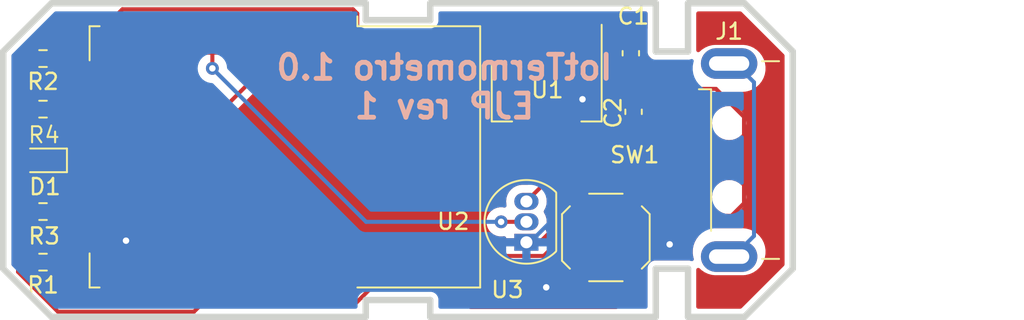
<source format=kicad_pcb>
(kicad_pcb (version 20211014) (generator pcbnew)
  (layers (0 "F.Cu" signal) (31 "B.Cu" signal) (34 "B.Paste" user) (35 "F.Paste" user) (36 "B.SilkS" user "B.Silkscreen") (37 "F.SilkS" user "F.Silkscreen") (38 "B.Mask" user) (39 "F.Mask" user) (44 "Edge.Cuts" user))
  (net 0 "")
  (net 1 "/VIN")
  (net 2 "GND")
  (net 3 "/VCC")
  (net 4 "Net-(D1-Pad2)")
  (net 5 "/RX")
  (net 6 "/TX")
  (net 7 "unconnected-(J1-Pad5)")
  (net 8 "Net-(R1-Pad1)")
  (net 9 "/NET_BOTON")
  (net 10 "/LED_FUNCION")
  (net 13 "/SENSOR_TEMP")
  (net 23 "Net-(R2-Pad1)")
  (footprint "RF_Module:ESP-12E" (layer "F.Cu") (at 116.48 78.8 -90)
    (fp_text reference "U2" (at 4.02 -10.45 180) (layer "F.SilkS"))
    (fp_text value "ESP-12F")
    (fp_line (start -8.12 -4.5) (end -8.73 -4.5) (layer "F.SilkS") (width 0.12))
    (fp_line (start 8.12 -12.12) (end 8.12 -4.5) (layer "F.SilkS") (width 0.12))
    (fp_line (start -8.12 12.12) (end -8.12 11.5) (layer "F.SilkS") (width 0.12))
    (fp_line (start -6 12.12) (end -8.12 12.12) (layer "F.SilkS") (width 0.12))
    (fp_line (start -8.12 -12.12) (end 8.12 -12.12) (layer "F.SilkS") (width 0.12))
    (fp_line (start -8.12 -4.5) (end -8.12 -12.12) (layer "F.SilkS") (width 0.12))
    (fp_line (start 8.12 11.5) (end 8.12 12.12) (layer "F.SilkS") (width 0.12))
    (fp_line (start 8.12 12.12) (end 6 12.12) (layer "F.SilkS") (width 0.12))
    (pad "1" smd rect (at -7.6 -3.5 270) (size 2.5 1) (layers "F.Cu" "F.Paste" "F.Mask") (net 8 "Net-(R1-Pad1)"))
    (pad "2" smd rect (at -7.6 -1.5 270) (size 2.5 1) (layers "F.Cu" "F.Paste" "F.Mask"))
    (pad "3" smd rect (at -7.6 0.5 270) (size 2.5 1) (layers "F.Cu" "F.Paste" "F.Mask") (net 8 "Net-(R1-Pad1)"))
    (pad "4" smd rect (at -7.6 2.5 270) (size 2.5 1) (layers "F.Cu" "F.Paste" "F.Mask"))
    (pad "5" smd rect (at -7.6 4.5 270) (size 2.5 1) (layers "F.Cu" "F.Paste" "F.Mask") (net 13 "/SENSOR_TEMP"))
    (pad "6" smd rect (at -7.6 6.5 270) (size 2.5 1) (layers "F.Cu" "F.Paste" "F.Mask"))
    (pad "7" smd rect (at -7.6 8.5 270) (size 2.5 1) (layers "F.Cu" "F.Paste" "F.Mask") (net 10 "/LED_FUNCION"))
    (pad "8" smd rect (at -7.6 10.5 270) (size 2.5 1) (layers "F.Cu" "F.Paste" "F.Mask") (net 3 "/VCC"))
    (pad "9" smd rect (at -5 12 270) (size 1 1.8) (layers "F.Cu" "F.Paste" "F.Mask"))
    (pad "10" smd rect (at -3 12 270) (size 1 1.8) (layers "F.Cu" "F.Paste" "F.Mask"))
    (pad "11" smd rect (at -1 12 270) (size 1 1.8) (layers "F.Cu" "F.Paste" "F.Mask"))
    (pad "12" smd rect (at 1 12 270) (size 1 1.8) (layers "F.Cu" "F.Paste" "F.Mask"))
    (pad "13" smd rect (at 3 12 270) (size 1 1.8) (layers "F.Cu" "F.Paste" "F.Mask"))
    (pad "14" smd rect (at 5 12 270) (size 1 1.8) (layers "F.Cu" "F.Paste" "F.Mask"))
    (pad "15" smd rect (at 7.6 10.5 270) (size 2.5 1) (layers "F.Cu" "F.Paste" "F.Mask") (net 2 "GND"))
    (pad "16" smd rect (at 7.6 8.5 270) (size 2.5 1) (layers "F.Cu" "F.Paste" "F.Mask"))
    (pad "17" smd rect (at 7.6 6.5 270) (size 2.5 1) (layers "F.Cu" "F.Paste" "F.Mask") (net 23 "Net-(R2-Pad1)"))
    (pad "18" smd rect (at 7.6 4.5 270) (size 2.5 1) (layers "F.Cu" "F.Paste" "F.Mask") (net 9 "/NET_BOTON"))
    (pad "19" smd rect (at 7.6 2.5 270) (size 2.5 1) (layers "F.Cu" "F.Paste" "F.Mask"))
    (pad "20" smd rect (at 7.6 0.5 270) (size 2.5 1) (layers "F.Cu" "F.Paste" "F.Mask"))
    (pad "21" smd rect (at 7.6 -1.5 270) (size 2.5 1) (layers "F.Cu" "F.Paste" "F.Mask") (net 5 "/RX"))
    (pad "22" smd rect (at 7.6 -3.5 270) (size 2.5 1) (layers "F.Cu" "F.Paste" "F.Mask") (net 6 "/TX"))
  )
  (footprint "Resistor_SMD:R_0603_1608Metric" (layer "F.Cu") (at 101.47 85.344 180)
    (fp_text reference "R1" (at 0 -1.43) (layer "F.SilkS"))
    (fp_text value "10k")
    (fp_line (start -0.237258 0.5225) (end 0.237258 0.5225) (layer "F.SilkS") (width 0.12))
    (fp_line (start -0.237258 -0.5225) (end 0.237258 -0.5225) (layer "F.SilkS") (width 0.12))
    (pad "1" smd roundrect (at -0.825 0 180) (size 0.8 0.95) (layers "F.Cu" "F.Paste" "F.Mask") (net 8 "Net-(R1-Pad1)"))
    (pad "2" smd roundrect (at 0.825 0 180) (size 0.8 0.95) (layers "F.Cu" "F.Paste" "F.Mask") (net 3 "/VCC"))
  )
  (footprint "Package_TO_SOT_THT:TO-92_Inline" (layer "F.Cu") (at 131.47 84.11 90)
    (fp_text reference "U3" (at -2.95 -1.18 180) (layer "F.SilkS"))
    (fp_text value "S")
    (fp_line (start -0.53 1.85) (end 3.07 1.85) (layer "F.SilkS") (width 0.12))
    (fp_arc (start -0.568478 1.838478) (mid -1.132087 -0.994977) (end 1.27 -2.6) (layer "F.SilkS") (width 0.12))
    (fp_arc (start 1.27 -2.6) (mid 3.672087 -0.994977) (end 3.108478 1.838478) (layer "F.SilkS") (width 0.12))
    (pad "1" thru_hole rect (at 0 0 90) (size 1.05 1.5) (drill 0.75) (layers *.Cu *.Mask) (net 2 "GND"))
    (pad "2" thru_hole oval (at 1.27 0 90) (size 1.05 1.5) (drill 0.75) (layers *.Cu *.Mask) (net 13 "/SENSOR_TEMP"))
    (pad "3" thru_hole oval (at 2.54 0 90) (size 1.05 1.5) (drill 0.75) (layers *.Cu *.Mask) (net 3 "/VCC"))
  )
  (footprint "LED_SMD:LED_0603_1608Metric" (layer "F.Cu") (at 101.47 79.017 180)
    (fp_text reference "D1" (at -0.12 -1.645 180) (layer "F.SilkS"))
    (fp_text value "LED")
    (fp_line (start -1.485 0.735) (end 0.8 0.735) (layer "F.SilkS") (width 0.12))
    (fp_line (start -1.485 -0.735) (end -1.485 0.735) (layer "F.SilkS") (width 0.12))
    (fp_line (start 0.8 -0.735) (end -1.485 -0.735) (layer "F.SilkS") (width 0.12))
    (pad "1" smd roundrect (at -0.7875 0 180) (size 0.875 0.95) (layers "F.Cu" "F.Paste" "F.Mask") (net 2 "GND"))
    (pad "2" smd roundrect (at 0.7875 0 180) (size 0.875 0.95) (layers "F.Cu" "F.Paste" "F.Mask") (net 4 "Net-(D1-Pad2)"))
  )
  (footprint "Capacitor_SMD:C_0603_1608Metric" (layer "F.Cu") (at 137.95 72.36 90)
    (fp_text reference "C1" (at 2.3 0.15 180) (layer "F.SilkS"))
    (fp_text value "10u")
    (fp_line (start -0.14058 -0.51) (end 0.14058 -0.51) (layer "F.SilkS") (width 0.12))
    (fp_line (start -0.14058 0.51) (end 0.14058 0.51) (layer "F.SilkS") (width 0.12))
    (pad "1" smd roundrect (at -0.775 0 90) (size 0.9 0.95) (layers "F.Cu" "F.Paste" "F.Mask") (net 1 "/VIN"))
    (pad "2" smd roundrect (at 0.775 0 90) (size 0.9 0.95) (layers "F.Cu" "F.Paste" "F.Mask") (net 2 "GND"))
  )
  (footprint "Resistor_SMD:R_0603_1608Metric" (layer "F.Cu") (at 101.47 75.8335 180)
    (fp_text reference "R4" (at -0.06 -1.6065 180) (layer "F.SilkS") (effects (font (thickness 0.125))))
    (fp_text value "1K")
    (fp_line (start -0.237258 -0.5225) (end 0.237258 -0.5225) (layer "F.SilkS") (width 0.12))
    (fp_line (start -0.237258 0.5225) (end 0.237258 0.5225) (layer "F.SilkS") (width 0.12))
    (pad "1" smd roundrect (at -0.825 0 180) (size 0.8 0.95) (layers "F.Cu" "F.Paste" "F.Mask") (net 10 "/LED_FUNCION"))
    (pad "2" smd roundrect (at 0.825 0 180) (size 0.8 0.95) (layers "F.Cu" "F.Paste" "F.Mask") (net 4 "Net-(D1-Pad2)"))
  )
  (footprint "Package_TO_SOT_SMD:SOT-223-3_TabPin2" (layer "F.Cu") (at 132.73 74.69 -90)
    (fp_text reference "U1" (at -0.05 -0.04) (layer "F.SilkS"))
    (fp_text value "AMS1117")
    (fp_line (start 1.91 3.41) (end 1.91 2.15) (layer "F.SilkS") (width 0.12))
    (fp_line (start 1.91 -3.41) (end 1.91 -2.15) (layer "F.SilkS") (width 0.12))
    (fp_line (start -1.85 3.41) (end 1.91 3.41) (layer "F.SilkS") (width 0.12))
    (fp_line (start -4.1 -3.41) (end 1.91 -3.41) (layer "F.SilkS") (width 0.12))
    (pad "1" smd rect (at -3.15 -2.3 270) (size 2 1.5) (layers "F.Cu" "F.Paste" "F.Mask") (net 2 "GND"))
    (pad "2" smd rect (at 3.15 0 270) (size 2 3.8) (layers "F.Cu" "F.Paste" "F.Mask") (net 3 "/VCC"))
    (pad "2" smd rect (at -3.15 0 270) (size 2 1.5) (layers "F.Cu" "F.Paste" "F.Mask") (net 3 "/VCC"))
    (pad "3" smd rect (at -3.15 2.3 270) (size 2 1.5) (layers "F.Cu" "F.Paste" "F.Mask") (net 1 "/VIN"))
  )
  (footprint "Connector_USB:USB_A_CNCTech_1001-011-01101_Horizontal" (layer "F.Cu") (at 150.95 78.9985)
    (fp_text reference "J1" (at -6.9 -8) (layer "F.SilkS"))
    (fp_text value "USB_A")
    (fp_line (start -8.02 -4.4) (end -8.775 -4.4) (layer "F.SilkS") (width 0.12))
    (fp_line (start -4.85 -6.145) (end -3.8 -6.145) (layer "F.SilkS") (width 0.12))
    (fp_line (start -8.02 -4.4) (end -8.02 4.4) (layer "F.SilkS") (width 0.12))
    (fp_line (start -4.85 6.145) (end -3.8 6.145) (layer "F.SilkS") (width 0.12))
    (pad "" np_thru_hole circle (at -6.9 -2.3) (size 1.1 1.1) (drill 1.1) (layers *.Cu *.Mask))
    (pad "" np_thru_hole circle (at -6.9 2.3) (size 1.1 1.1) (drill 1.1) (layers *.Cu *.Mask))
    (pad "1" smd rect (at -9.65 -3.5) (size 2.5 1.1) (layers "F.Cu" "F.Paste" "F.Mask") (net 1 "/VIN"))
    (pad "2" smd rect (at -9.65 -1) (size 2.5 1.1) (layers "F.Cu" "F.Paste" "F.Mask") (net 5 "/RX"))
    (pad "3" smd rect (at -9.65 1) (size 2.5 1.1) (layers "F.Cu" "F.Paste" "F.Mask") (net 6 "/TX"))
    (pad "4" smd rect (at -9.65 3.5) (size 2.5 1.1) (layers "F.Cu" "F.Paste" "F.Mask") (net 2 "GND"))
    (pad "5" thru_hole oval (at -6.9 6) (size 3.5 1.9) (drill oval 2.5 0.9) (layers *.Cu *.Mask) (net 7 "unconnected-(J1-Pad5)"))
    (pad "5" thru_hole oval (at -6.9 -6) (size 3.5 1.9) (drill oval 2.5 0.9) (layers *.Cu *.Mask) (net 7 "unconnected-(J1-Pad5)"))
  )
  (footprint "Resistor_SMD:R_0603_1608Metric" (layer "F.Cu") (at 101.47 72.69 180)
    (fp_text reference "R2" (at 0 -1.43) (layer "F.SilkS"))
    (fp_text value "10k")
    (fp_line (start -0.237258 0.5225) (end 0.237258 0.5225) (layer "F.SilkS") (width 0.12))
    (fp_line (start -0.237258 -0.5225) (end 0.237258 -0.5225) (layer "F.SilkS") (width 0.12))
    (pad "1" smd roundrect (at -0.825 0 180) (size 0.8 0.95) (layers "F.Cu" "F.Paste" "F.Mask") (net 23 "Net-(R2-Pad1)"))
    (pad "2" smd roundrect (at 0.825 0 180) (size 0.8 0.95) (layers "F.Cu" "F.Paste" "F.Mask") (net 3 "/VCC"))
  )
  (footprint "Capacitor_SMD:C_0603_1608Metric" (layer "F.Cu") (at 138.12 76 90)
    (fp_text reference "C2" (at -0.06 -1.27 90) (layer "F.SilkS"))
    (fp_text value "22u")
    (fp_line (start -0.14058 -0.51) (end 0.14058 -0.51) (layer "F.SilkS") (width 0.12))
    (fp_line (start -0.14058 0.51) (end 0.14058 0.51) (layer "F.SilkS") (width 0.12))
    (pad "1" smd roundrect (at -0.775 0 90) (size 0.9 0.95) (layers "F.Cu" "F.Paste" "F.Mask") (net 3 "/VCC"))
    (pad "2" smd roundrect (at 0.775 0 90) (size 0.9 0.95) (layers "F.Cu" "F.Paste" "F.Mask") (net 2 "GND"))
  )
  (footprint "Button_Switch_SMD:SW_SPST_SKQG_WithStem" (layer "F.Cu") (at 136.4 83.81 -90)
    (fp_text reference "SW1" (at -5.13 -1.79 180) (layer "F.SilkS"))
    (fp_text value "SW_Push")
    (fp_line (start -1.45 2.72) (end -1.94 2.23) (layer "F.SilkS") (width 0.12))
    (fp_line (start -1.45 2.72) (end 1.45 2.72) (layer "F.SilkS") (width 0.12))
    (fp_line (start -2.72 1.04) (end -2.72 -1.04) (layer "F.SilkS") (width 0.12))
    (fp_line (start 1.45 -2.72) (end 1.94 -2.23) (layer "F.SilkS") (width 0.12))
    (fp_line (start -1.45 -2.72) (end -1.94 -2.23) (layer "F.SilkS") (width 0.12))
    (fp_line (start -1.45 -2.72) (end 1.45 -2.72) (layer "F.SilkS") (width 0.12))
    (fp_line (start 1.45 2.72) (end 1.94 2.23) (layer "F.SilkS") (width 0.12))
    (fp_line (start 2.72 1.04) (end 2.72 -1.04) (layer "F.SilkS") (width 0.12))
    (pad "1" smd rect (at 3.1 -1.85 270) (size 1.8 1.1) (layers "F.Cu" "F.Paste" "F.Mask") (net 9 "/NET_BOTON"))
    (pad "1" smd rect (at -3.1 -1.85 270) (size 1.8 1.1) (layers "F.Cu" "F.Paste" "F.Mask") (net 9 "/NET_BOTON"))
    (pad "2" smd rect (at -3.1 1.85 270) (size 1.8 1.1) (layers "F.Cu" "F.Paste" "F.Mask") (net 2 "GND"))
    (pad "2" smd rect (at 3.1 1.85 270) (size 1.8 1.1) (layers "F.Cu" "F.Paste" "F.Mask") (net 2 "GND"))
  )
  (footprint "Resistor_SMD:R_0603_1608Metric" (layer "F.Cu") (at 101.47 82.2005 180)
    (fp_text reference "R3" (at -0.07 -1.5275) (layer "F.SilkS"))
    (fp_text value "1K")
    (fp_line (start -0.237258 0.5225) (end 0.237258 0.5225) (layer "F.SilkS") (width 0.12))
    (fp_line (start -0.237258 -0.5225) (end 0.237258 -0.5225) (layer "F.SilkS") (width 0.12))
    (pad "1" smd roundrect (at -0.825 0 180) (size 0.8 0.95) (layers "F.Cu" "F.Paste" "F.Mask") (net 3 "/VCC"))
    (pad "2" smd roundrect (at 0.825 0 180) (size 0.8 0.95) (layers "F.Cu" "F.Paste" "F.Mask") (net 9 "/NET_BOTON"))
  )
  (gr_line (start 141.5 69.25) (end 141.5 72.25) (layer "Edge.Cuts") (width 0.4))
  (gr_line (start 99 72.25) (end 102 69.25) (layer "Edge.Cuts") (width 0.4))
  (gr_line (start 139.5 85.75) (end 139.5 88.75) (layer "Edge.Cuts") (width 0.4))
  (gr_line (start 139.5 85.75) (end 141.5 85.75) (layer "Edge.Cuts") (width 0.4))
  (gr_line (start 125.5 69.25) (end 125.5 70.3) (layer "Edge.Cuts") (width 0.4))
  (gr_line (start 125.5 87.7) (end 121.5 87.7) (layer "Edge.Cuts") (width 0.4))
  (gr_line (start 99 85.75) (end 102 88.75) (layer "Edge.Cuts") (width 0.4))
  (gr_line (start 145 69.25) (end 148 72.25) (layer "Edge.Cuts") (width 0.4))
  (gr_line (start 125.5 88.75) (end 125.5 87.7) (layer "Edge.Cuts") (width 0.4))
  (gr_line (start 102 69.25) (end 121.5 69.25) (layer "Edge.Cuts") (width 0.4))
  (gr_line (start 125.5 69.25) (end 139.5 69.25) (layer "Edge.Cuts") (width 0.4))
  (gr_line (start 141.5 69.25) (end 145 69.25) (layer "Edge.Cuts") (width 0.4))
  (gr_line (start 139.5 72.25) (end 141.5 72.25) (layer "Edge.Cuts") (width 0.4))
  (gr_line (start 121.5 88.75) (end 121.5 87.7) (layer "Edge.Cuts") (width 0.4))
  (gr_line (start 102 88.75) (end 121.5 88.75) (layer "Edge.Cuts") (width 0.4))
  (gr_line (start 141.5 85.75) (end 141.5 88.75) (layer "Edge.Cuts") (width 0.4))
  (gr_line (start 148 72.25) (end 148 85.75) (layer "Edge.Cuts") (width 0.4))
  (gr_line (start 145 88.75) (end 148 85.75) (layer "Edge.Cuts") (width 0.4))
  (gr_line (start 125.5 88.75) (end 139.5 88.75) (layer "Edge.Cuts") (width 0.4))
  (gr_line (start 99 72.25) (end 99 85.75) (layer "Edge.Cuts") (width 0.4))
  (gr_line (start 141.5 88.75) (end 145 88.75) (layer "Edge.Cuts") (width 0.4))
  (gr_line (start 121.5 69.25) (end 121.5 70.3) (layer "Edge.Cuts") (width 0.4))
  (gr_line (start 139.5 69.25) (end 139.5 72.25) (layer "Edge.Cuts") (width 0.4))
  (gr_line (start 121.5 70.3) (end 125.5 70.3) (layer "Edge.Cuts") (width 0.4))
  (gr_text "IotTermometro 1.0\nEJP rev 1\n" (at 126.38 74.45) (layer "B.SilkS") (effects (font (size 1.5 1.5) (thickness 0.3)) (justify mirror)))
  (segment (start 131.754511 70.215489) (end 130.43 71.54) (width 0.25) (layer "F.Cu") (net 1))
  (segment (start 141.92 75.44) (end 140.255 75.44) (width 0.25) (layer "F.Cu") (net 1))
  (segment (start 137.15048 72.33548) (end 137.15048 70.91048) (width 0.25) (layer "F.Cu") (net 1))
  (segment (start 137.95 73.135) (end 140.3135 75.4985) (width 0.25) (layer "F.Cu") (net 1))
  (segment (start 136.455489 70.215489) (end 131.754511 70.215489) (width 0.25) (layer "F.Cu") (net 1))
  (segment (start 137.15048 70.91048) (end 136.455489 70.215489) (width 0.25) (layer "F.Cu") (net 1))
  (segment (start 140.3135 75.4985) (end 141.3 75.4985) (width 0.25) (layer "F.Cu") (net 1))
  (segment (start 140.255 75.44) (end 141.3 75.44) (width 0.25) (layer "F.Cu") (net 1))
  (segment (start 137.95 73.135) (end 137.15048 72.33548) (width 0.25) (layer "F.Cu") (net 1))
  (segment (start 134.55 79.826) (end 134.55 80.71) (width 0.25) (layer "F.Cu") (net 2))
  (segment (start 105.98 84.65) (end 106.62 84.01) (width 0.25) (layer "F.Cu") (net 2))
  (segment (start 137.402382 78.28952) (end 136.08648 78.28952) (width 0.25) (layer "F.Cu") (net 2))
  (segment (start 103.01952 79.77902) (end 103.01952 84.388542) (width 0.25) (layer "F.Cu") (net 2))
  (segment (start 138.91952 77.227618) (end 138.597618 77.54952) (width 0.25) (layer "F.Cu") (net 2))
  (segment (start 140.93802 74.57302) (end 143.231991 74.57302) (width 0.25) (layer "F.Cu") (net 2))
  (segment (start 136.08648 78.28952) (end 134.55 79.826) (width 0.25) (layer "F.Cu") (net 2))
  (segment (start 144.974521 76.31555) (end 144.974521 81.685479) (width 0.25) (layer "F.Cu") (net 2))
  (segment (start 138.12 75.225) (end 134.955 75.225) (width 0.25) (layer "F.Cu") (net 2))
  (segment (start 134.55 81.86) (end 132.3 84.11) (width 0.25) (layer "F.Cu") (net 2))
  (segment (start 144.974521 81.685479) (end 144.19 82.47) (width 0.25) (layer "F.Cu") (net 2))
  (segment (start 134.955 75.225) (end 134.95 75.22) (width 0.25) (layer "F.Cu") (net 2))
  (segment (start 102.2575 79.017) (end 103.01952 79.77902) (width 0.25) (layer "F.Cu") (net 2))
  (segment (start 138.12 75.225) (end 138.91952 76.02452) (width 0.25) (layer "F.Cu") (net 2))
  (segment (start 144.19 82.47) (end 143.91 82.47) (width 0.25) (layer "F.Cu") (net 2))
  (segment (start 143.8815 82.4985) (end 141.3 82.4985) (width 0.25) (layer "F.Cu") (net 2))
  (segment (start 134.55 86.91) (end 132.7 86.91) (width 0.25) (layer "F.Cu") (net 2))
  (segment (start 137.95 71.585) (end 140.93802 74.57302) (width 0.25) (layer "F.Cu") (net 2))
  (segment (start 135.03 71.54) (end 138.12 74.63) (width 0.25) (layer "F.Cu") (net 2))
  (segment (start 138.12 74.63) (end 138.12 75.225) (width 0.25) (layer "F.Cu") (net 2))
  (segment (start 143.91 82.47) (end 143.8815 82.4985) (width 0.25) (layer "F.Cu") (net 2))
  (segment (start 138.597618 77.54952) (end 138.142382 77.54952) (width 0.25) (layer "F.Cu") (net 2))
  (segment (start 105.98 86.4) (end 105.98 84.65) (width 0.25) (layer "F.Cu") (net 2))
  (segment (start 134.55 80.71) (end 134.55 81.86) (width 0.25) (layer "F.Cu") (net 2))
  (segment (start 103.01952 84.388542) (end 105.030978 86.4) (width 0.25) (layer "F.Cu") (net 2))
  (segment (start 138.142382 77.54952) (end 137.402382 78.28952) (width 0.25) (layer "F.Cu") (net 2))
  (segment (start 132.3 84.11) (end 131.47 84.11) (width 0.25) (layer "F.Cu") (net 2))
  (segment (start 143.231991 74.57302) (end 144.974521 76.31555) (width 0.25) (layer "F.Cu") (net 2))
  (segment (start 138.91952 76.02452) (end 138.91952 77.227618) (width 0.25) (layer "F.Cu") (net 2))
  (segment (start 105.030978 86.4) (end 105.98 86.4) (width 0.25) (layer "F.Cu") (net 2))
  (via (at 140.36 84.24) (size 0.8) (drill 0.4) (layers "F.Cu" "B.Cu") (net 2))
  (via (at 106.62 84.01) (size 0.8) (drill 0.4) (layers "F.Cu" "B.Cu") (net 2))
  (via (at 134.95 75.22) (size 0.8) (drill 0.4) (layers "F.Cu" "B.Cu") (net 2))
  (via (at 132.7 86.91) (size 0.8) (drill 0.4) (layers "F.Cu" "B.Cu") (net 2))
  (segment (start 131.695 84.11) (end 131.47 84.11) (width 0.25) (layer "B.Cu") (net 2))
  (segment (start 131.47 85.68) (end 131.47 84.11) (width 0.25) (layer "B.Cu") (net 2))
  (segment (start 106.72 84.11) (end 106.62 84.01) (width 0.25) (layer "B.Cu") (net 2))
  (segment (start 131.47 84.11) (end 106.72 84.11) (width 0.25) (layer "B.Cu") (net 2))
  (segment (start 132.7 86.91) (end 131.47 85.68) (width 0.25) (layer "B.Cu") (net 2))
  (segment (start 134.95 80.855) (end 131.695 84.11) (width 0.25) (layer "B.Cu") (net 2))
  (segment (start 134.95 75.22) (end 134.95 80.855) (width 0.25) (layer "B.Cu") (net 2))
  (segment (start 137.055 77.84) (end 132.73 77.84) (width 0.25) (layer "F.Cu") (net 3))
  (segment (start 102.135 71.2) (end 105.98 71.2) (width 0.25) (layer "F.Cu") (net 3))
  (segment (start 105.98 70.042) (end 106.396511 69.625489) (width 0.25) (layer "F.Cu") (net 3))
  (segment (start 100.645 72.69) (end 99.92048 73.41452) (width 0.25) (layer "F.Cu") (net 3))
  (segment (start 105.98 71.2) (end 105.98 70.042) (width 0.25) (layer "F.Cu") (net 3))
  (segment (start 99.92048 79.82598) (end 102.295 82.2005) (width 0.25) (layer "F.Cu") (net 3))
  (segment (start 102.295 83.694) (end 100.645 85.344) (width 0.25) (layer "F.Cu") (net 3))
  (segment (start 106.396511 69.625489) (end 120.705489 69.625489) (width 0.25) (layer "F.Cu") (net 3))
  (segment (start 120.705489 69.625489) (end 120.97 69.89) (width 0.25) (layer "F.Cu") (net 3))
  (segment (start 132.73 77.84) (end 132.73 71.54) (width 0.25) (layer "F.Cu") (net 3))
  (segment (start 120.97 70.96) (end 123.733859 73.723859) (width 0.25) (layer "F.Cu") (net 3))
  (segment (start 138.12 76.775) (end 137.055 77.84) (width 0.25) (layer "F.Cu") (net 3))
  (segment (start 132.73 77.84) (end 132.73 80.31) (width 0.25) (layer "F.Cu") (net 3))
  (segment (start 102.295 82.2005) (end 102.295 83.694) (width 0.25) (layer "F.Cu") (net 3))
  (segment (start 132.73 80.31) (end 131.47 81.57) (width 0.25) (layer "F.Cu") (net 3))
  (segment (start 123.733859 73.723859) (end 130.546141 73.723859) (width 0.25) (layer "F.Cu") (net 3))
  (segment (start 100.645 72.69) (end 102.135 71.2) (width 0.25) (layer "F.Cu") (net 3))
  (segment (start 120.97 69.89) (end 120.97 70.96) (width 0.25) (layer "F.Cu") (net 3))
  (segment (start 130.546141 73.723859) (end 132.73 71.54) (width 0.25) (layer "F.Cu") (net 3))
  (segment (start 99.92048 73.41452) (end 99.92048 79.82598) (width 0.25) (layer "F.Cu") (net 3))
  (segment (start 100.645 75.8335) (end 100.645 78.9795) (width 0.25) (layer "F.Cu") (net 4))
  (segment (start 100.645 78.9795) (end 100.6825 79.017) (width 0.25) (layer "F.Cu") (net 4))
  (segment (start 135.636 81.868022) (end 135.636 79.502) (width 0.25) (layer "F.Cu") (net 5))
  (segment (start 136.398 78.74) (end 137.68904 78.74) (width 0.25) (layer "F.Cu") (net 5))
  (segment (start 138.43 77.99904) (end 141.29946 77.99904) (width 0.25) (layer "F.Cu") (net 5))
  (segment (start 117.98 86.4) (end 117.98 85.65) (width 0.25) (layer "F.Cu") (net 5))
  (segment (start 123.819511 84.959511) (end 132.544511 84.959511) (width 0.25) (layer "F.Cu") (net 5))
  (segment (start 132.544511 84.959511) (end 135.636 81.868022) (width 0.25) (layer "F.Cu") (net 5))
  (segment (start 137.68904 78.74) (end 138.43 77.99904) (width 0.25) (layer "F.Cu") (net 5))
  (segment (start 117.98 85.65) (end 119.048 84.582) (width 0.25) (layer "F.Cu") (net 5))
  (segment (start 123.442 84.582) (end 123.819511 84.959511) (width 0.25) (layer "F.Cu") (net 5))
  (segment (start 135.636 79.502) (end 136.398 78.74) (width 0.25) (layer "F.Cu") (net 5))
  (segment (start 119.048 84.582) (end 123.442 84.582) (width 0.25) (layer "F.Cu") (net 5))
  (segment (start 141.29946 77.99904) (end 141.3 77.9985) (width 0.25) (layer "F.Cu") (net 5))
  (segment (start 136.251489 79.648511) (end 136.71048 79.18952) (width 0.25) (layer "F.Cu") (net 6))
  (segment (start 119.98 86.4) (end 131.786 86.4) (width 0.25) (layer "F.Cu") (net 6))
  (segment (start 136.71048 79.18952) (end 140.49102 79.18952) (width 0.25) (layer "F.Cu") (net 6))
  (segment (start 140.49102 79.18952) (end 141.3 79.9985) (width 0.25) (layer "F.Cu") (net 6))
  (segment (start 131.786 86.4) (end 136.251489 81.934511) (width 0.25) (layer "F.Cu") (net 6))
  (segment (start 136.251489 81.934511) (end 136.251489 79.648511) (width 0.25) (layer "F.Cu") (net 6))
  (segment (start 145.594521 74.164521) (end 145.594521 83.715479) (width 0.25) (layer "B.Cu") (net 7))
  (segment (start 144.67 73.24) (end 145.594521 74.164521) (width 0.25) (layer "B.Cu") (net 7))
  (segment (start 145.594521 83.715479) (end 144.67 84.64) (width 0.25) (layer "B.Cu") (net 7))
  (segment (start 111.155489 77.312511) (end 115.98 72.488) (width 0.25) (layer "F.Cu") (net 8))
  (segment (start 115.98 72.488) (end 115.98 71.2) (width 0.25) (layer "F.Cu") (net 8))
  (segment (start 110.653489 87.974511) (end 111.155489 87.472511) (width 0.25) (layer "F.Cu") (net 8))
  (segment (start 119.98 71.95) (end 119.155489 72.774511) (width 0.25) (layer "F.Cu") (net 8))
  (segment (start 119.98 71.2) (end 119.98 71.95) (width 0.25) (layer "F.Cu") (net 8))
  (segment (start 111.155489 87.472511) (end 111.155489 77.312511) (width 0.25) (layer "F.Cu") (net 8))
  (segment (start 102.295 85.344) (end 104.925511 87.974511) (width 0.25) (layer "F.Cu") (net 8))
  (segment (start 104.925511 87.974511) (end 110.653489 87.974511) (width 0.25) (layer "F.Cu") (net 8))
  (segment (start 116.266511 72.774511) (end 115.98 72.488) (width 0.25) (layer "F.Cu") (net 8))
  (segment (start 119.155489 72.774511) (end 116.266511 72.774511) (width 0.25) (layer "F.Cu") (net 8))
  (segment (start 99.92048 85.95048) (end 102.394031 88.424031) (width 0.25) (layer "F.Cu") (net 9))
  (segment (start 111.98 86.834) (end 111.98 86.4) (width 0.25) (layer "F.Cu") (net 9))
  (segment (start 111.98 87.283718) (end 111.98 86.4) (width 0.25) (layer "F.Cu") (net 9))
  (segment (start 138.25 86.91) (end 137.025489 88.134511) (width 0.25) (layer "F.Cu") (net 9))
  (segment (start 120.804511 87.974511) (end 113.120511 87.974511) (width 0.25) (layer "F.Cu") (net 9))
  (segment (start 137.025489 88.134511) (end 128.012511 88.134511) (width 0.25) (layer "F.Cu") (net 9))
  (segment (start 126.746 86.868) (end 121.911022 86.868) (width 0.25) (layer "F.Cu") (net 9))
  (segment (start 100.645 82.2005) (end 99.92048 82.92502) (width 0.25) (layer "F.Cu") (net 9))
  (segment (start 128.012511 88.134511) (end 126.746 86.868) (width 0.25) (layer "F.Cu") (net 9))
  (segment (start 138.25 86.91) (end 138.25 80.71) (width 0.25) (layer "F.Cu") (net 9))
  (segment (start 121.911022 86.868) (end 120.804511 87.974511) (width 0.25) (layer "F.Cu") (net 9))
  (segment (start 99.92048 82.92502) (end 99.92048 85.95048) (width 0.25) (layer "F.Cu") (net 9))
  (segment (start 110.839687 88.424031) (end 111.98 87.283718) (width 0.25) (layer "F.Cu") (net 9))
  (segment (start 102.394031 88.424031) (end 110.839687 88.424031) (width 0.25) (layer "F.Cu") (net 9))
  (segment (start 113.120511 87.974511) (end 111.98 86.834) (width 0.25) (layer "F.Cu") (net 9))
  (segment (start 107.442 74.93) (end 107.98 74.392) (width 0.25) (layer "F.Cu") (net 10))
  (segment (start 103.1985 74.93) (end 107.442 74.93) (width 0.25) (layer "F.Cu") (net 10))
  (segment (start 107.98 74.392) (end 107.98 71.2) (width 0.25) (layer "F.Cu") (net 10))
  (segment (start 102.295 75.8335) (end 103.1985 74.93) (width 0.25) (layer "F.Cu") (net 10))
  (segment (start 131.47 82.84) (end 129.9 82.84) (width 0.25) (layer "F.Cu") (net 13))
  (segment (start 111.98 71.2) (end 111.98 73.3) (width 0.25) (layer "F.Cu") (net 13))
  (via (at 129.9 82.84) (size 0.8) (drill 0.4) (layers "F.Cu" "B.Cu") (net 13))
  (via (at 111.98 73.3) (size 0.8) (drill 0.4) (layers "F.Cu" "B.Cu") (net 13))
  (segment (start 129.9 82.84) (end 121.52 82.84) (width 0.25) (layer "B.Cu") (net 13))
  (segment (start 121.52 82.84) (end 111.98 73.3) (width 0.25) (layer "B.Cu") (net 13))
  (segment (start 109.98 81.278) (end 109.98 86.4) (width 0.25) (layer "F.Cu") (net 23))
  (segment (start 102.295 72.69) (end 101.49548 73.48952) (width 0.25) (layer "F.Cu") (net 23))
  (segment (start 101.49548 73.48952) (end 101.49548 76.250763) (width 0.25) (layer "F.Cu") (net 23))
  (segment (start 101.49548 76.250763) (end 102.206717 76.962) (width 0.25) (layer "F.Cu") (net 23))
  (segment (start 105.664 76.962) (end 109.98 81.278) (width 0.25) (layer "F.Cu") (net 23))
  (segment (start 102.206717 76.962) (end 105.664 76.962) (width 0.25) (layer "F.Cu") (net 23))
  (zone (net 2) (net_name "GND") (layers F&B.Cu) (connect_pads (clearance 0.508)) (min_thickness 0.254) (fill yes (thermal_gap 0.508) (thermal_bridge_width 0.508))
    (polygon (pts (xy 121.48 70.25) (xy 125.45 70.25) (xy 125.45 69.3) (xy 139.49 69.3) (xy 139.49 72.23) (xy 141.54 72.23) (xy 141.54 69.37) (xy 145.15 69.37) (xy 147.95 72.17) (xy 147.95 85.75) (xy 144.96 88.74) (xy 141.46 88.74) (xy 141.46 85.75) (xy 139.47 85.75) (xy 139.47 88.71) (xy 125.51 88.71) (xy 125.51 87.72) (xy 121.51 87.72) (xy 121.51 88.77) (xy 101.94 88.77) (xy 98.97 85.8) (xy 98.97 72.23) (xy 99.09 72.23) (xy 102.08 69.24) (xy 121.48 69.24)))
  )
)
</source>
